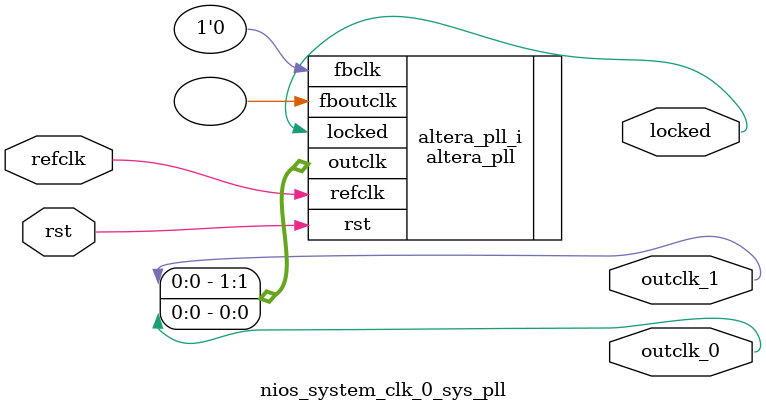
<source format=v>
`timescale 1ns/10ps
module  nios_system_clk_0_sys_pll(

	// interface 'refclk'
	input wire refclk,

	// interface 'reset'
	input wire rst,

	// interface 'outclk0'
	output wire outclk_0,

	// interface 'outclk1'
	output wire outclk_1,

	// interface 'locked'
	output wire locked
);

	altera_pll #(
		.fractional_vco_multiplier("false"),
		.reference_clock_frequency("50.0 MHz"),
		.operation_mode("direct"),
		.number_of_clocks(2),
		.output_clock_frequency0("100.000000 MHz"),
		.phase_shift0("0 ps"),
		.duty_cycle0(50),
		.output_clock_frequency1("100.000000 MHz"),
		.phase_shift1("-3000 ps"),
		.duty_cycle1(50),
		.output_clock_frequency2("0 MHz"),
		.phase_shift2("0 ps"),
		.duty_cycle2(50),
		.output_clock_frequency3("0 MHz"),
		.phase_shift3("0 ps"),
		.duty_cycle3(50),
		.output_clock_frequency4("0 MHz"),
		.phase_shift4("0 ps"),
		.duty_cycle4(50),
		.output_clock_frequency5("0 MHz"),
		.phase_shift5("0 ps"),
		.duty_cycle5(50),
		.output_clock_frequency6("0 MHz"),
		.phase_shift6("0 ps"),
		.duty_cycle6(50),
		.output_clock_frequency7("0 MHz"),
		.phase_shift7("0 ps"),
		.duty_cycle7(50),
		.output_clock_frequency8("0 MHz"),
		.phase_shift8("0 ps"),
		.duty_cycle8(50),
		.output_clock_frequency9("0 MHz"),
		.phase_shift9("0 ps"),
		.duty_cycle9(50),
		.output_clock_frequency10("0 MHz"),
		.phase_shift10("0 ps"),
		.duty_cycle10(50),
		.output_clock_frequency11("0 MHz"),
		.phase_shift11("0 ps"),
		.duty_cycle11(50),
		.output_clock_frequency12("0 MHz"),
		.phase_shift12("0 ps"),
		.duty_cycle12(50),
		.output_clock_frequency13("0 MHz"),
		.phase_shift13("0 ps"),
		.duty_cycle13(50),
		.output_clock_frequency14("0 MHz"),
		.phase_shift14("0 ps"),
		.duty_cycle14(50),
		.output_clock_frequency15("0 MHz"),
		.phase_shift15("0 ps"),
		.duty_cycle15(50),
		.output_clock_frequency16("0 MHz"),
		.phase_shift16("0 ps"),
		.duty_cycle16(50),
		.output_clock_frequency17("0 MHz"),
		.phase_shift17("0 ps"),
		.duty_cycle17(50),
		.pll_type("General"),
		.pll_subtype("General")
	) altera_pll_i (
		.rst	(rst),
		.outclk	({outclk_1, outclk_0}),
		.locked	(locked),
		.fboutclk	( ),
		.fbclk	(1'b0),
		.refclk	(refclk)
	);
endmodule


</source>
